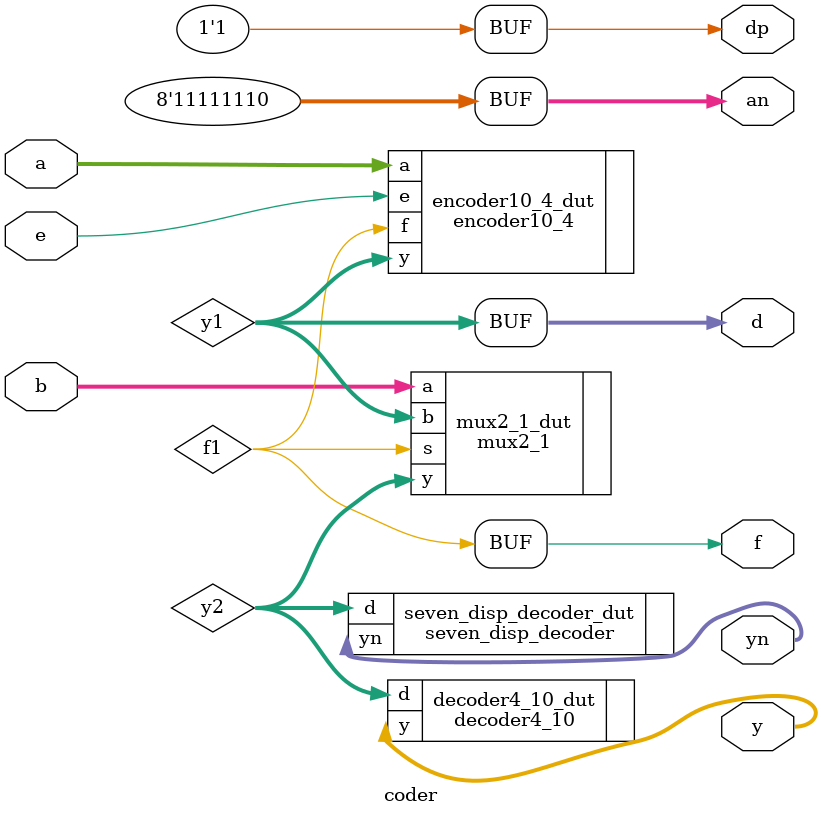
<source format=v>
`timescale 1ns / 1ps


module coder(
    input e,
    input [9:0] a,
    input [3:0] b,
    output f,
    output [3:0] d,
    output [9:0] y,
    output [6:0] yn,
    output dp,
    output [7:0] an
    );
    wire f1;
    wire [3:0] y1;
    wire [3:0] y2;
    encoder10_4 encoder10_4_dut(
        .e(e),
        .a(a),
        .f(f1),
        .y(y1)
    );
    assign f=f1;
    assign d=y1;
    mux2_1 mux2_1_dut(
        .b(y1),
        .a(b),
        .s(f1),
        .y(y2)
    );
    decoder4_10 decoder4_10_dut(
        .d(y2),
        .y(y)
    );
    seven_disp_decoder seven_disp_decoder_dut(
        .d(y2),
        .yn(yn)
    );
    assign dp=1'b1;
    assign an=8'b1111_1110;
endmodule

</source>
